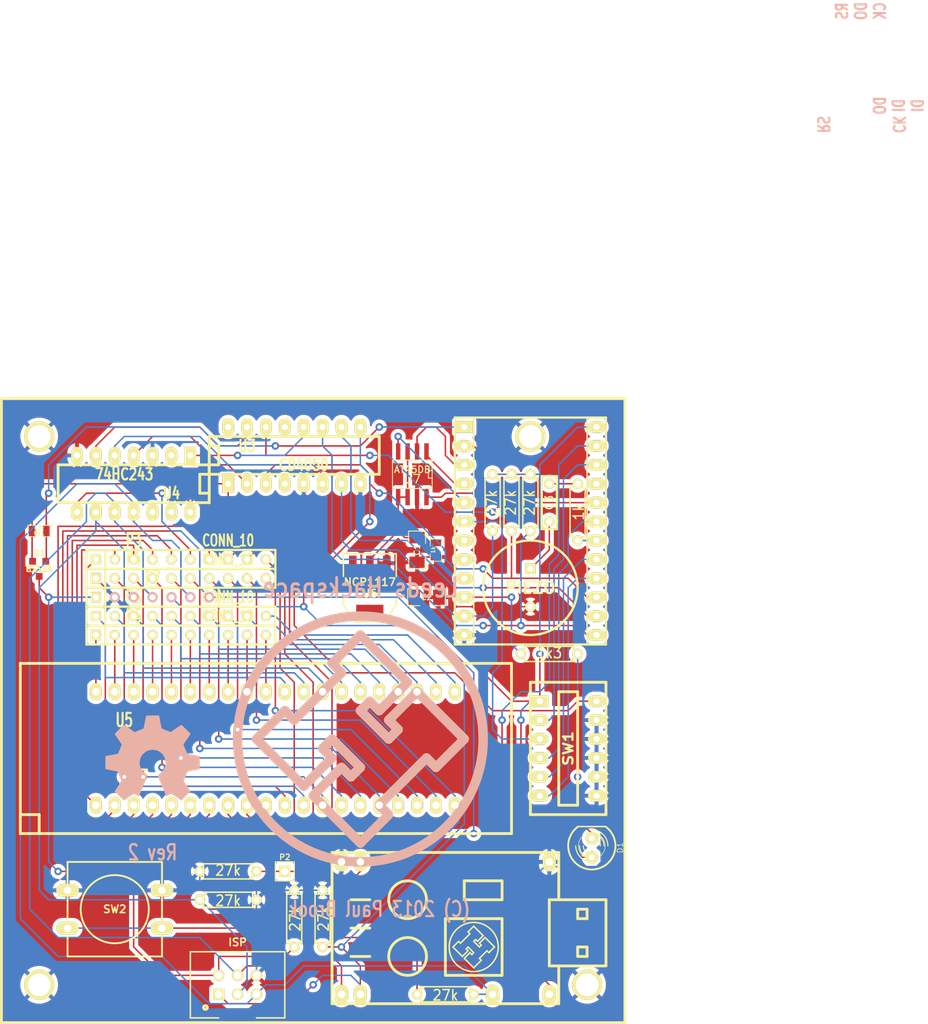
<source format=kicad_pcb>
(kicad_pcb (version 20221018) (generator pcbnew)
  (layers (0 "F.Cu" signal "Front") (31 "B.Cu" signal "Back") (34 "B.Paste" user) (35 "F.Paste" user) (36 "B.SilkS" user) (37 "F.SilkS" user) (38 "B.Mask" user) (39 "F.Mask" user) (44 "Edge.Cuts" user))
  (net 0 "")
  (net 1 "+3.3V")
  (net 2 "+5V")
  (net 3 "/CFG1")
  (net 4 "/CFG2")
  (net 5 "/CFG3")
  (net 6 "/CFG4")
  (net 7 "/CFG5")
  (net 8 "/CFG6")
  (net 9 "/VCC")
  (net 10 "GND")
  (net 11 "MISO")
  (net 12 "MOSI")
  (net 13 "N-0000010")
  (net 14 "N-0000014")
  (net 15 "N-0000015")
  (net 16 "N-0000016")
  (net 17 "N-0000017")
  (net 18 "N-0000018")
  (net 19 "N-0000019")
  (net 20 "N-0000020")
  (net 21 "N-0000021")
  (net 22 "N-0000022")
  (net 23 "N-0000023")
  (net 24 "N-0000024")
  (net 25 "N-0000025")
  (net 26 "N-0000026")
  (net 27 "N-0000027")
  (net 28 "N-0000028")
  (net 29 "N-0000029")
  (net 30 "N-0000030")
  (net 31 "N-0000031")
  (net 32 "N-0000032")
  (net 33 "N-0000033")
  (net 34 "N-0000037")
  (net 35 "N-0000038")
  (net 36 "N-0000039")
  (net 37 "N-0000040")
  (net 38 "N-0000041")
  (net 39 "N-0000042")
  (net 40 "N-0000043")
  (net 41 "N-0000044")
  (net 42 "N-0000045")
  (net 43 "N-0000046")
  (net 44 "N-0000047")
  (net 45 "N-0000048")
  (net 46 "N-0000049")
  (net 47 "N-0000050")
  (net 48 "N-0000051")
  (net 49 "N-0000052")
  (net 50 "N-0000053")
  (net 51 "N-0000055")
  (net 52 "N-0000057")
  (net 53 "N-0000058")
  (net 54 "N-0000059")
  (net 55 "N-000006")
  (net 56 "N-0000060")
  (net 57 "N-0000061")
  (net 58 "N-0000062")
  (net 59 "N-0000063")
  (net 60 "N-0000064")
  (net 61 "N-0000065")
  (net 62 "N-0000066")
  (net 63 "N-0000067")
  (net 64 "N-0000068")
  (net 65 "N-000007")
  (net 66 "N-0000070")
  (net 67 "N-0000071")
  (net 68 "N-0000077")
  (net 69 "N-0000078")
  (net 70 "N-000008")
  (net 71 "N-0000080")
  (net 72 "RST")
  (net 73 "SCK")
  (net 74 "Vt")
  (net 75 "XCK")
  (footprint "DIP-16__300_ELL" (layer "F.Cu") (at 64.77 33.02)
    (fp_text reference "U3")
    (fp_text value "CD4050")
  )
  (footprint "DIP-14__300_ELL" (layer "F.Cu") (at 43.18 36.83 180)
    (fp_text reference "U4")
    (fp_text value "74HC243")
  )
  (footprint "BUZ3-5" (layer "F.Cu") (at 96.52 50.8 -90)
    (fp_text reference "X1" hide)
    (fp_text value "PIEZO")
  )
  (footprint "AVRISP6" (layer "F.Cu") (at 57.15 104.14)
    (fp_text reference "P1" hide)
    (fp_text value "ISP")
  )
  (footprint "ZIF40-600" (layer "F.Cu") (at 60.96 72.39)
    (fp_text reference "U5")
    (fp_text value "ZIF")
  )
  (footprint "R3" (layer "F.Cu") (at 102.87 40.64 90)
    (fp_text reference "R4" hide)
    (fp_text value "1k")
  )
  (footprint "SOT223" (layer "F.Cu") (at 74.93 50.8 180)
    (fp_text reference "U6")
    (fp_text value "NCP1117")
  )
  (footprint "SM1206" (layer "F.Cu") (at 81.28 45.72 -90)
    (fp_text reference "C1")
    (fp_text value "10u" hide)
  )
  (footprint "POGO" (layer "F.Cu") (at 99.06 105.41 90)
    (fp_text reference "TP24" hide)
    (fp_text value "CONN_1" hide)
  )
  (footprint "POGO" (layer "F.Cu") (at 91.44 105.41 90)
    (fp_text reference "TP21" hide)
    (fp_text value "CONN_1" hide)
  )
  (footprint "POGO" (layer "F.Cu") (at 73.66 105.41 90)
    (fp_text reference "TP13" hide)
    (fp_text value "CONN_1" hide)
  )
  (footprint "POGO" (layer "F.Cu") (at 71.12 105.41 90)
    (fp_text reference "TP12" hide)
    (fp_text value "CONN_1" hide)
  )
  (footprint "POGO" (layer "F.Cu") (at 71.12 87.63 90)
    (fp_text reference "TP11" hide)
    (fp_text value "CONN_1" hide)
  )
  (footprint "POGO" (layer "F.Cu") (at 73.66 87.63 90)
    (fp_text reference "TP10" hide)
    (fp_text value "CONN_1" hide)
  )
  (footprint "POGO" (layer "F.Cu") (at 99.06 87.63 90)
    (fp_text reference "TP1" hide)
    (fp_text value "CONN_1" hide)
  )
  (footprint "SWDIP6" (layer "F.Cu") (at 101.6 72.39 -90)
    (fp_text reference "SW1")
    (fp_text value "SW_DIP_6" hide)
  )
  (footprint "SOT23GDS" (layer "F.Cu") (at 30.48 48.26)
    (fp_text reference "Q1")
    (fp_text value "BSS84")
  )
  (footprint "R3" (layer "F.Cu") (at 64.77 95.25 90)
    (fp_text reference "R6" hide)
    (fp_text value "27k")
  )
  (footprint "R3" (layer "F.Cu") (at 55.88 92.71)
    (fp_text reference "R7" hide)
    (fp_text value "27k")
  )
  (footprint "R3" (layer "F.Cu") (at 68.58 95.25 90)
    (fp_text reference "R8" hide)
    (fp_text value "27k")
  )
  (footprint "SM1206" (layer "F.Cu") (at 82.55 52.07)
    (fp_text reference "C2")
    (fp_text value "10u" hide)
  )
  (footprint "LOGO_SMALL" (layer "F.Cu") (at 88.9 99.06 90)
    (fp_text reference "LOGO_SMALL" hide)
    (fp_text value "VAL**" hide)
  )
  (footprint "SO8-2" (layer "F.Cu") (at 81.28 35.56 180)
    (fp_text reference "U7")
    (fp_text value "AT45DB")
  )
  (footprint "R3" (layer "F.Cu") (at 99.06 59.69 180)
    (fp_text reference "R10" hide)
    (fp_text value "1k3")
  )
  (footprint "LED-5MM" (layer "F.Cu") (at 104.775 85.725 90)
    (fp_text reference "D1")
    (fp_text value "LED" hide)
  )
  (footprint "PIN_ARRAY_1" (layer "F.Cu") (at 63.5 88.9)
    (fp_text reference "P2")
    (fp_text value "CONN_1" hide)
  )
  (footprint "SM0805" (layer "F.Cu") (at 30.48 43.18 180)
    (fp_text reference "R11")
    (fp_text value "47k")
  )
  (footprint "SM0805" (layer "F.Cu") (at 83.82 45.72 -90)
    (fp_text reference "R12" hide)
    (fp_text value "1k")
  )
  (footprint "MINIMUS" (layer "F.Cu") (at 96.52 43.18 -90)
    (fp_text reference "U1" hide)
    (fp_text value "MINIMUS" hide)
  )
  (footprint "SW_PUSH-12" (layer "F.Cu") (at 40.64 93.98 180)
    (fp_text reference "SW2")
    (fp_text value "SW_PUSH" hide)
  )
  (footprint "SIL-7" (layer "F.Cu") (at 45.72 52.07)
    (fp_text reference "P7")
    (fp_text value "CONN_7" hide)
  )
  (footprint "SIL-10" (layer "F.Cu") (at 49.53 57.15)
    (fp_text reference "P5")
    (fp_text value "CONN_10")
  )
  (footprint "SIL-10" (layer "F.Cu") (at 49.53 54.61)
    (fp_text reference "P6")
    (fp_text value "CONN_10")
  )
  (footprint "SIL-10" (layer "F.Cu") (at 49.53 46.99)
    (fp_text reference "P3")
    (fp_text value "CONN_10")
  )
  (footprint "SIL-10" (layer "F.Cu") (at 49.53 49.53)
    (fp_text reference "P4")
    (fp_text value "CONN_10")
  )
  (footprint "R3" (layer "F.Cu") (at 85.09 105.41)
    (fp_text reference "R5" hide)
    (fp_text value "27k")
  )
  (footprint "R3" (layer "F.Cu") (at 55.88 88.9 180)
    (fp_text reference "R9" hide)
    (fp_text value "27k")
  )
  (footprint "R3" (layer "F.Cu") (at 93.98 39.37 -90)
    (fp_text reference "R1" hide)
    (fp_text value "27k")
  )
  (footprint "R3" (layer "F.Cu") (at 91.44 39.37 -90)
    (fp_text reference "R3" hide)
    (fp_text value "27k")
  )
  (footprint "C2" (layer "F.Cu") (at 99.06 39.37 90)
    (fp_text reference "C3")
    (fp_text value "100n" hide)
  )
  (footprint "R3" (layer "F.Cu") (at 96.52 39.37 -90)
    (fp_text reference "R2" hide)
    (fp_text value "27k")
  )
  (footprint "HOLE3" (layer "F.Cu") (at 30.48 30.48)
    (fp_text reference "P11" hide)
    (fp_text value "CONN_1" hide)
  )
  (footprint "HOLE3" (layer "F.Cu") (at 96.52 30.48)
    (fp_text reference "P10" hide)
    (fp_text value "CONN_1" hide)
  )
  (footprint "HOLE3" (layer "F.Cu") (at 30.48 104.14)
    (fp_text reference "P9" hide)
    (fp_text value "CONN_1" hide)
  )
  (footprint "HOLE3" (layer "F.Cu") (at 104.14 104.14)
    (fp_text reference "P8" hide)
    (fp_text value "CONN_1" hide)
  )
  (footprint "HACKSPACE_LOGO" (layer "B.Cu") (at 73.66 71.12)
    (fp_text reference "HACKSPACE_LOGO" hide)
    (fp_text value "VAL**" hide)
  )
  (footprint "LOGO" (layer "B.Cu") (at 45.72 73.66)
    (fp_text reference "G***" hide)
    (fp_text value "LOGO" hide)
  )
  (gr_line (start 109.22 109.22) (end 25.4 109.22) (stroke (width 0.381)) (layer "F.SilkS"))
  (gr_line (start 72.39 100.33) (end 74.93 100.33) (stroke (width 0.381)) (layer "F.SilkS"))
  (gr_line (start 85.09 95.25) (end 85.09 102.87) (stroke (width 0.381)) (layer "F.SilkS"))
  (gr_line (start 69.85 86.36) (end 100.33 86.36) (stroke (width 0.381)) (layer "F.SilkS"))
  (gr_line (start 87.63 92.71) (end 92.71 92.71) (stroke (width 0.381)) (layer "F.SilkS"))
  (gr_line (start 25.4 25.4) (end 109.22 25.4) (stroke (width 0.381)) (layer "F.SilkS"))
  (gr_line (start 104.14 95.25) (end 102.87 95.25) (stroke (width 0.381)) (layer "F.SilkS"))
  (gr_line (start 100.33 101.6) (end 99.06 101.6) (stroke (width 0.381)) (layer "F.SilkS"))
  (gr_line (start 109.22 25.4) (end 109.22 109.22) (stroke (width 0.381)) (layer "F.SilkS"))
  (gr_circle (center 80.01 100.33) (end 82.55 100.33) (stroke (width 0.381)) (fill none) (layer "F.SilkS"))
  (gr_line (start 104.14 100.33) (end 104.14 99.06) (stroke (width 0.381)) (layer "F.SilkS"))
  (gr_line (start 99.06 101.6) (end 99.06 92.71) (stroke (width 0.381)) (layer "F.SilkS"))
  (gr_line (start 69.85 106.68) (end 69.85 86.36) (stroke (width 0.381)) (layer "F.SilkS"))
  (gr_line (start 102.87 95.25) (end 102.87 93.98) (stroke (width 0.381)) (layer "F.SilkS"))
  (gr_circle (center 80.01 92.71) (end 82.55 92.71) (stroke (width 0.381)) (fill none) (layer "F.SilkS"))
  (gr_line (start 102.87 100.33) (end 104.14 100.33) (stroke (width 0.381)) (layer "F.SilkS"))
  (gr_line (start 92.71 102.87) (end 92.71 95.25) (stroke (width 0.381)) (layer "F.SilkS"))
  (gr_line (start 100.33 106.68) (end 100.33 101.6) (stroke (width 0.381)) (layer "F.SilkS"))
  (gr_line (start 87.63 90.17) (end 87.63 92.71) (stroke (width 0.381)) (layer "F.SilkS"))
  (gr_line (start 92.71 90.17) (end 87.63 90.17) (stroke (width 0.381)) (layer "F.SilkS"))
  (gr_line (start 102.87 100.33) (end 102.87 99.06) (stroke (width 0.381)) (layer "F.SilkS"))
  (gr_line (start 85.09 102.87) (end 92.71 102.87) (stroke (width 0.381)) (layer "F.SilkS"))
  (gr_line (start 85.09 95.25) (end 92.71 95.25) (stroke (width 0.381)) (layer "F.SilkS"))
  (gr_line (start 106.68 101.6) (end 100.33 101.6) (stroke (width 0.381)) (layer "F.SilkS"))
  (gr_line (start 72.39 92.71) (end 74.93 92.71) (stroke (width 0.381)) (layer "F.SilkS"))
  (gr_line (start 100.33 86.36) (end 100.33 92.71) (stroke (width 0.381)) (layer "F.SilkS"))
  (gr_line (start 104.14 93.98) (end 104.14 95.25) (stroke (width 0.381)) (layer "F.SilkS"))
  (gr_line (start 106.68 92.71) (end 106.68 101.6) (stroke (width 0.381)) (layer "F.SilkS"))
  (gr_line (start 92.71 90.17) (end 92.71 92.71) (stroke (width 0.381)) (layer "F.SilkS"))
  (gr_line (start 72.39 96.52) (end 74.93 96.52) (stroke (width 0.381)) (layer "F.SilkS"))
  (gr_line (start 102.87 99.06) (end 104.14 99.06) (stroke (width 0.381)) (layer "F.SilkS"))
  (gr_line (start 100.33 92.71) (end 106.68 92.71) (stroke (width 0.381)) (layer "F.SilkS"))
  (gr_line (start 99.06 92.71) (end 100.33 92.71) (stroke (width 0.381)) (layer "F.SilkS"))
  (gr_line (start 102.87 93.98) (end 104.14 93.98) (stroke (width 0.381)) (layer "F.SilkS"))
  (gr_line (start 25.4 109.22) (end 25.4 25.4) (stroke (width 0.381)) (layer "F.SilkS"))
  (gr_line (start 69.85 106.68) (end 100.33 106.68) (stroke (width 0.381)) (layer "F.SilkS"))
  (gr_text "RS" (at 135.89 -11.43 270) (layer "B.SilkS") (effects (font (size 1.524 1.143) (thickness 0.28575)) (justify mirror)))
  (gr_text "(C) 2013 Paul Brook" (at 76.2 93.98) (layer "B.SilkS") (effects (font (size 2.032 1.524) (thickness 0.3048)) (justify mirror)))
  (gr_text "DO" (at 143.51 -13.97 90) (layer "B.SilkS") (effects (font (size 1.524 1.143) (thickness 0.28575)) (justify mirror)))
  (gr_text "DI" (at 148.59 -13.97 90) (layer "B.SilkS") (effects (font (size 1.524 1.143) (thickness 0.28575)) (justify mirror)))
  (gr_text "DO" (at 140.97 -26.67 90) (layer "B.SilkS") (effects (font (size 1.524 1.143) (thickness 0.28575)) (justify mirror)))
  (gr_text "DI" (at 146.05 -13.97 90) (layer "B.SilkS") (effects (font (size 1.524 1.143) (thickness 0.28575)) (justify mirror)))
  (gr_text "Rev 2" (at 45.72 86.36) (layer "B.SilkS") (effects (font (size 2.032 1.524) (thickness 0.3048)) (justify mirror)))
  (gr_text "CK" (at 146.05 -11.43 270) (layer "B.SilkS") (effects (font (size 1.524 1.143) (thickness 0.28575)) (justify mirror)))
  (gr_text "CK" (at 143.51 -26.67 90) (layer "B.SilkS") (effects (font (size 1.524 1.143) (thickness 0.28575)) (justify mirror)))
  (gr_text "Leeds Hackspace" (at 73.66 50.8) (layer "B.SilkS") (effects (font (size 2.54 2.032) (thickness 0.381)) (justify mirror)))
  (gr_text "RS" (at 138.43 -26.67 90) (layer "B.SilkS") (effects (font (size 1.524 1.143) (thickness 0.28575)) (justify mirror)))
  (segment (start 78.74 43.18) (end 74.93 46.99) (width 0.2032) (layer "F.Cu") (net 1))
  (segment (start 74.93 46.99) (end 74.93 47.498) (width 0.2032) (layer "F.Cu") (net 1))
  (segment (start 81.9785 44.7675) (end 81.28 44.069) (width 0.2032) (layer "F.Cu") (net 1))
  (segment (start 79.629 44.069) (end 78.74 43.18) (width 0.2032) (layer "F.Cu") (net 1))
  (segment (start 78.74 38.627) (end 78.74 43.18) (width 0.2032) (layer "F.Cu") (net 1))
  (segment (start 80.01 32.493) (end 80.01 38.627) (width 0.2032) (layer "F.Cu") (net 1))
  (segment (start 81.28 44.069) (end 79.629 44.069) (width 0.2032) (layer "F.Cu") (net 1))
  (segment (start 83.82 44.7675) (end 81.9785 44.7675) (width 0.2032) (layer "F.Cu") (net 1))
  (segment (start 80.01 38.627) (end 78.74 38.627) (width 0.2032) (layer "F.Cu") (net 1))
  (segment (start 80.899 51.689) (end 80.01 50.8) (width 0.2032) (layer "F.Cu") (net 2))
  (segment (start 80.01 50.8) (end 73.66 50.8) (width 0.2032) (layer "F.Cu") (net 2))
  (segment (start 73.66 50.8) (end 72.644 49.784) (width 0.2032) (layer "F.Cu") (net 2))
  (segment (start 72.644 49.784) (end 72.644 47.498) (width 0.2032) (layer "F.Cu") (net 2))
  (segment (start 80.899 52.959) (end 93.98 66.04) (width 0.2032) (layer "F.Cu") (net 2))
  (segment (start 93.98 66.04) (end 97.79 66.04) (width 0.2032) (layer "F.Cu") (net 2))
  (segment (start 97.79 59.69) (end 97.79 66.04) (width 0.2032) (layer "F.Cu") (net 2))
  (segment (start 95.25 68.58) (end 95.25 80.01) (width 0.2032) (layer "F.Cu") (net 2))
  (segment (start 95.25 80.01) (end 102.235 86.995) (width 0.2032) (layer "F.Cu") (net 2))
  (segment (start 102.235 86.995) (end 104.775 86.995) (width 0.2032) (layer "F.Cu") (net 2))
  (segment (start 80.899 52.07) (end 80.899 51.689) (width 0.2032) (layer "F.Cu") (net 2))
  (segment (start 80.899 52.07) (end 80.899 52.959) (width 0.2032) (layer "F.Cu") (net 2))
  (via (at 97.79 59.69) (size 1.016) (drill 0.508) (layers "F.Cu" "B.Cu") (net 2))
  (via (at 95.25 68.58) (size 1.016) (drill 0.508) (layers "F.Cu" "B.Cu") (net 2))
  (segment (start 104.14 29.21) (end 105.41 29.21) (width 0.2032) (layer "B.Cu") (net 2))
  (segment (start 97.79 59.69) (end 97.79 35.56) (width 0.2032) (layer "B.Cu") (net 2))
  (segment (start 102.87 29.21) (end 97.79 34.29) (width 0.2032) (layer "B.Cu") (net 2))
  (segment (start 97.79 34.29) (end 97.79 35.56) (width 0.2032) (layer "B.Cu") (net 2))
  (segment (start 96.52 66.04) (end 95.25 67.31) (width 0.2032) (layer "B.Cu") (net 2))
  (segment (start 95.25 67.31) (end 95.25 68.58) (width 0.2032) (layer "B.Cu") (net 2))
  (segment (start 93.98 35.56) (end 91.44 35.56) (width 0.2032) (layer "B.Cu") (net 2))
  (segment (start 97.79 66.04) (end 96.52 66.04) (width 0.2032) (layer "B.Cu") (net 2))
  (segment (start 97.79 35.56) (end 96.52 35.56) (width 0.2032) (layer "B.Cu") (net 2))
  (segment (start 104.14 29.21) (end 102.87 29.21) (width 0.2032) (layer "B.Cu") (net 2))
  (segment (start 96.52 35.56) (end 93.98 35.56) (width 0.2032) (layer "B.Cu") (net 2))
  (segment (start 82.55 96.52) (end 46.99 96.52) (width 0.2032) (layer "F.Cu") (net 3))
  (segment (start 92.71 68.58) (end 92.71 86.36) (width 0.2032) (layer "F.Cu") (net 3))
  (segment (start 92.71 86.36) (end 82.55 96.52) (width 0.2032) (layer "F.Cu") (net 3))
  (via (at 92.71 68.58) (size 1.016) (drill 0.508) (layers "F.Cu" "B.Cu") (net 3))
  (segment (start 97.79 64.77) (end 95.25 64.77) (width 0.2032) (layer "B.Cu") (net 3))
  (segment (start 102.87 31.75) (end 100.33 34.29) (width 0.2032) (layer "B.Cu") (net 3))
  (segment (start 92.71 67.31) (end 92.71 68.58) (width 0.2032) (layer "B.Cu") (net 3))
  (segment (start 99.06 47.625) (end 99.06 63.5) (width 0.2032) (layer "B.Cu") (net 3))
  (segment (start 100.33 46.355) (end 100.33 34.29) (width 0.2032) (layer "B.Cu") (net 3))
  (segment (start 105.41 31.75) (end 104.14 31.75) (width 0.2032) (layer "B.Cu") (net 3))
  (segment (start 95.25 64.77) (end 92.71 67.31) (width 0.2032) (layer "B.Cu") (net 3))
  (segment (start 99.06 63.5) (end 97.79 64.77) (width 0.2032) (layer "B.Cu") (net 3))
  (segment (start 99.06 47.625) (end 100.33 46.355) (width 0.2032) (layer "B.Cu") (net 3))
  (segment (start 104.14 31.75) (end 102.87 31.75) (width 0.2032) (layer "B.Cu") (net 3))
  (segment (start 46.99 96.52) (end 34.29 96.52) (width 0.2032) (layer "B.Cu") (net 3))
  (segment (start 99.06 68.58) (end 99.695 67.945) (width 0.2032) (layer "B.Cu") (net 4))
  (segment (start 104.14 34.29) (end 105.41 34.29) (width 0.2032) (layer "B.Cu") (net 4))
  (segment (start 102.87 34.29) (end 100.965 36.195) (width 0.2032) (layer "B.Cu") (net 4))
  (segment (start 100.965 46.99) (end 100.965 36.195) (width 0.2032) (layer "B.Cu") (net 4))
  (segment (start 97.79 68.58) (end 99.06 68.58) (width 0.2032) (layer "B.Cu") (net 4))
  (segment (start 99.695 48.26) (end 100.965 46.99) (width 0.2032) (layer "B.Cu") (net 4))
  (segment (start 104.14 34.29) (end 102.87 34.29) (width 0.2032) (layer "B.Cu") (net 4))
  (segment (start 99.695 67.945) (end 99.695 48.26) (width 0.2032) (layer "B.Cu") (net 4))
  (segment (start 88.9 41.91) (end 87.63 41.91) (width 0.2032) (layer "B.Cu") (net 5))
  (segment (start 92.71 71.12) (end 91.44 69.85) (width 0.2032) (layer "B.Cu") (net 5))
  (segment (start 91.44 69.85) (end 91.44 66.04) (width 0.2032) (layer "B.Cu") (net 5))
  (segment (start 92.71 41.91) (end 92.71 49.53) (width 0.2032) (layer "B.Cu") (net 5))
  (segment (start 92.71 60.96) (end 91.44 62.23) (width 0.2032) (layer "B.Cu") (net 5))
  (segment (start 91.44 62.23) (end 91.44 66.04) (width 0.2032) (layer "B.Cu") (net 5))
  (segment (start 92.71 49.53) (end 92.71 60.96) (width 0.2032) (layer "B.Cu") (net 5))
  (segment (start 97.79 71.12) (end 92.71 71.12) (width 0.2032) (layer "B.Cu") (net 5))
  (segment (start 88.9 41.91) (end 92.71 41.91) (width 0.2032) (layer "B.Cu") (net 5))
  (segment (start 99.06 73.66) (end 100.33 72.39) (width 0.2032) (layer "B.Cu") (net 6))
  (segment (start 101.6 47.625) (end 101.6 43.815) (width 0.2032) (layer "B.Cu") (net 6))
  (segment (start 101.6 43.815) (end 103.505 41.91) (width 0.2032) (layer "B.Cu") (net 6))
  (segment (start 103.505 41.91) (end 105.41 41.91) (width 0.2032) (layer "B.Cu") (net 6))
  (segment (start 97.79 73.66) (end 99.06 73.66) (width 0.2032) (layer "B.Cu") (net 6))
  (segment (start 100.33 72.39) (end 100.33 48.895) (width 0.2032) (layer "B.Cu") (net 6))
  (segment (start 100.33 48.895) (end 101.6 47.625) (width 0.2032) (layer "B.Cu") (net 6))
  (segment (start 99.06 76.2) (end 100.965 74.295) (width 0.2032) (layer "B.Cu") (net 7))
  (segment (start 103.505 46.99) (end 105.41 46.99) (width 0.2032) (layer "B.Cu") (net 7))
  (segment (start 100.965 49.53) (end 103.505 46.99) (width 0.2032) (layer "B.Cu") (net 7))
  (segment (start 100.965 74.295) (end 100.965 49.53) (width 0.2032) (layer "B.Cu") (net 7))
  (segment (start 97.79 76.2) (end 99.06 76.2) (width 0.2032) (layer "B.Cu") (net 7))
  (segment (start 102.87 49.53) (end 101.6 50.8) (width 0.2032) (layer "B.Cu") (net 8))
  (segment (start 101.6 50.8) (end 101.6 76.2) (width 0.2032) (layer "B.Cu") (net 8))
  (segment (start 99.06 78.74) (end 97.79 78.74) (width 0.2032) (layer "B.Cu") (net 8))
  (segment (start 105.41 49.53) (end 102.87 49.53) (width 0.2032) (layer "B.Cu") (net 8))
  (segment (start 101.6 76.2) (end 99.06 78.74) (width 0.2032) (layer "B.Cu") (net 8))
  (segment (start 71.12 62.23) (end 64.77 55.88) (width 0.2032) (layer "F.Cu") (net 9))
  (segment (start 64.77 55.88) (end 64.77 45.72) (width 0.2032) (layer "F.Cu") (net 9))
  (segment (start 64.77 45.72) (end 63.5 44.45) (width 0.2032) (layer "F.Cu") (net 9))
  (segment (start 63.5 44.45) (end 57.15 44.45) (width 0.2032) (layer "F.Cu") (net 9))
  (segment (start 57.15 44.45) (end 55.88 43.18) (width 0.2032) (layer "F.Cu") (net 9))
  (segment (start 55.88 43.18) (end 55.88 36.83) (width 0.2032) (layer "F.Cu") (net 9))
  (segment (start 33.02 36.83) (end 48.26 36.83) (width 0.2032) (layer "F.Cu") (net 9))
  (segment (start 48.26 36.83) (end 50.8 39.37) (width 0.2032) (layer "F.Cu") (net 9))
  (segment (start 50.8 39.37) (end 50.8 40.64) (width 0.2032) (layer "F.Cu") (net 9))
  (segment (start 53.34 36.83) (end 55.88 36.83) (width 0.2032) (layer "F.Cu") (net 9))
  (segment (start 102.87 66.04) (end 101.6 67.31) (width 0.2032) (layer "F.Cu") (net 9))
  (segment (start 101.6 67.31) (end 91.44 67.31) (width 0.2032) (layer "F.Cu") (net 9))
  (segment (start 91.44 67.31) (end 86.36 62.23) (width 0.2032) (layer "F.Cu") (net 9))
  (segment (start 86.36 62.23) (end 71.12 62.23) (width 0.2032) (layer "F.Cu") (net 9))
  (segment (start 29.5275 47.1805) (end 29.591 47.244) (width 0.2032) (layer "F.Cu") (net 9))
  (segment (start 29.5275 37.7825) (end 30.48 36.83) (width 0.2032) (layer "F.Cu") (net 9))
  (segment (start 30.48 36.83) (end 33.02 36.83) (width 0.2032) (layer "F.Cu") (net 9))
  (segment (start 29.5275 43.18) (end 29.5275 47.1805) (width 0.2032) (layer "F.Cu") (net 9))
  (segment (start 105.41 66.04) (end 104.14 66.04) (width 0.2032) (layer "F.Cu") (net 9))
  (segment (start 29.5275 43.18) (end 29.5275 37.7825) (width 0.2032) (layer "F.Cu") (net 9))
  (segment (start 104.14 66.04) (end 102.87 66.04) (width 0.2032) (layer "F.Cu") (net 9))
  (segment (start 50.8 39.37) (end 53.34 36.83) (width 0.2032) (layer "F.Cu") (net 9))
  (segment (start 81.153 47.498) (end 81.9785 46.6725) (width 0.2032) (layer "F.Cu") (net 10))
  (segment (start 81.9785 46.6725) (end 83.82 46.6725) (width 0.2032) (layer "F.Cu") (net 10))
  (segment (start 83.82 46.6725) (end 85.09 47.9425) (width 0.2032) (layer "F.Cu") (net 10))
  (segment (start 85.09 47.9425) (end 85.09 48.26) (width 0.2032) (layer "F.Cu") (net 10))
  (segment (start 85.09 55.88) (end 86.36 57.15) (width 0.2032) (layer "F.Cu") (net 10))
  (segment (start 86.36 57.15) (end 87.63 57.15) (width 0.2032) (layer "F.Cu") (net 10))
  (segment (start 35.56 34.29) (end 36.83 35.56) (width 0.2032) (layer "F.Cu") (net 10))
  (segment (start 36.83 35.56) (end 44.45 35.56) (width 0.2032) (layer "F.Cu") (net 10))
  (segment (start 44.45 35.56) (end 45.72 34.29) (width 0.2032) (layer "F.Cu") (net 10))
  (segment (start 45.72 34.29) (end 45.72 33.02) (width 0.2032) (layer "F.Cu") (net 10))
  (segment (start 66.04 38.1) (end 67.31 39.37) (width 0.2032) (layer "F.Cu") (net 10))
  (segment (start 67.31 39.37) (end 72.39 39.37) (width 0.2032) (layer "F.Cu") (net 10))
  (segment (start 72.39 39.37) (end 73.66 38.1) (width 0.2032) (layer "F.Cu") (net 10))
  (segment (start 73.66 38.1) (end 73.66 36.83) (width 0.2032) (layer "F.Cu") (net 10))
  (segment (start 81.28 40.64) (end 82.55 41.91) (width 0.2032) (layer "F.Cu") (net 10))
  (segment (start 82.55 41.91) (end 83.82 41.91) (width 0.2032) (layer "F.Cu") (net 10))
  (segment (start 83.82 41.91) (end 85.09 43.18) (width 0.2032) (layer "F.Cu") (net 10))
  (segment (start 85.09 43.18) (end 85.09 48.26) (width 0.2032) (layer "F.Cu") (net 10))
  (segment (start 85.09 48.26) (end 85.09 52.07) (width 0.2032) (layer "F.Cu") (net 10))
  (segment (start 78.74 47.498) (end 81.153 47.498) (width 0.2032) (layer "F.Cu") (net 10))
  (segment (start 85.09 52.07) (end 85.09 53.34) (width 0.2032) (layer "F.Cu") (net 10))
  (segment (start 85.09 53.34) (end 85.09 55.88) (width 0.2032) (layer "F.Cu") (net 10))
  (segment (start 35.56 33.02) (end 35.56 34.29) (width 0.2032) (layer "F.Cu") (net 10))
  (segment (start 81.28 38.627) (end 81.28 40.64) (width 0.2032) (layer "F.Cu") (net 10))
  (segment (start 66.04 36.83) (end 66.04 38.1) (width 0.2032) (layer "F.Cu") (net 10))
  (segment (start 84.201 52.07) (end 85.09 52.07) (width 0.2032) (layer "F.Cu") (net 10))
  (segment (start 96.52 53.34) (end 85.09 53.34) (width 0.2032) (layer "F.Cu") (net 10))
  (segment (start 77.216 47.498) (end 78.74 47.498) (width 0.2032) (layer "F.Cu") (net 10))
  (segment (start 105.41 77.47) (end 105.41 76.2) (width 0.2032) (layer "B.Cu") (net 10))
  (segment (start 66.04 38.1) (end 64.77 39.37) (width 0.2032) (layer "B.Cu") (net 10))
  (segment (start 64.77 39.37) (end 54.61 39.37) (width 0.2032) (layer "B.Cu") (net 10))
  (segment (start 54.61 39.37) (end 53.34 38.1) (width 0.2032) (layer "B.Cu") (net 10))
  (segment (start 53.34 38.1) (end 49.53 38.1) (width 0.2032) (layer "B.Cu") (net 10))
  (segment (start 49.53 38.1) (end 48.26 39.37) (width 0.2032) (layer "B.Cu") (net 10))
  (segment (start 48.26 39.37) (end 48.26 40.64) (width 0.2032) (layer "B.Cu") (net 10))
  (segment (start 45.72 34.29) (end 48.26 36.83) (width 0.2032) (layer "B.Cu") (net 10))
  (segment (start 48.26 36.83) (end 48.26 40.64) (width 0.2032) (layer "B.Cu") (net 10))
  (segment (start 39.37 53.34) (end 36.83 53.34) (width 0.2032) (layer "B.Cu") (net 10))
  (segment (start 36.83 53.34) (end 36.83 91.44) (width 0.2032) (layer "B.Cu") (net 10))
  (segment (start 36.83 91.44) (end 34.29 91.44) (width 0.2032) (layer "B.Cu") (net 10))
  (segment (start 52.07 91.44) (end 57.15 91.44) (width 0.2032) (layer "B.Cu") (net 10))
  (segment (start 59.69 91.44) (end 57.15 91.44) (width 0.2032) (layer "B.Cu") (net 10))
  (segment (start 86.36 57.15) (end 78.74 49.53) (width 0.2032) (layer "B.Cu") (net 10))
  (segment (start 78.74 49.53) (end 74.93 49.53) (width 0.2032) (layer "B.Cu") (net 10))
  (segment (start 66.04 40.64) (end 66.04 36.83) (width 0.2032) (layer "B.Cu") (net 10))
  (segment (start 87.63 58.42) (end 90.17 60.96) (width 0.2032) (layer "B.Cu") (net 10))
  (segment (start 90.17 60.96) (end 90.17 71.12) (width 0.2032) (layer "B.Cu") (net 10))
  (segment (start 59.69 100.33) (end 59.69 92.71) (width 0.2032) (layer "B.Cu") (net 10))
  (segment (start 86.36 100.33) (end 99.06 87.63) (width 0.2032) (layer "B.Cu") (net 10))
  (segment (start 69.85 49.53) (end 66.04 45.72) (width 0.2032) (layer "B.Cu") (net 10))
  (segment (start 66.04 45.72) (end 66.04 40.64) (width 0.2032) (layer "B.Cu") (net 10))
  (segment (start 71.12 88.9) (end 68.58 91.44) (width 0.2032) (layer "B.Cu") (net 10))
  (segment (start 106.045 80.645) (end 106.045 87.63) (width 0.2032) (layer "B.Cu") (net 10))
  (segment (start 106.045 87.63) (end 105.41 88.265) (width 0.2032) (layer "B.Cu") (net 10))
  (segment (start 105.41 88.265) (end 99.695 88.265) (width 0.2032) (layer "B.Cu") (net 10))
  (segment (start 99.695 88.265) (end 99.06 87.63) (width 0.2032) (layer "B.Cu") (net 10))
  (segment (start 96.52 80.01) (end 90.17 73.66) (width 0.2032) (layer "B.Cu") (net 10))
  (segment (start 90.17 73.66) (end 90.17 71.12) (width 0.2032) (layer "B.Cu") (net 10))
  (segment (start 105.41 80.01) (end 106.045 80.645) (width 0.2032) (layer "B.Cu") (net 10))
  (segment (start 87.63 57.15) (end 87.63 58.42) (width 0.2032) (layer "B.Cu") (net 10))
  (segment (start 66.04 36.83) (end 66.04 38.1) (width 0.2032) (layer "B.Cu") (net 10))
  (segment (start 64.77 91.44) (end 68.58 91.44) (width 0.2032) (layer "B.Cu") (net 10))
  (segment (start 105.41 71.12) (end 105.41 68.58) (width 0.2032) (layer "B.Cu") (net 10))
  (segment (start 74.93 49.53) (end 69.85 49.53) (width 0.2032) (layer "B.Cu") (net 10))
  (segment (start 46.99 91.44) (end 52.07 91.44) (width 0.2032) (layer "B.Cu") (net 10))
  (segment (start 105.41 80.01) (end 96.52 80.01) (width 0.2032) (layer "B.Cu") (net 10))
  (segment (start 40.64 52.07) (end 39.37 53.34) (width 0.2032) (layer "B.Cu") (net 10))
  (segment (start 87.63 57.15) (end 86.36 57.15) (width 0.2032) (layer "B.Cu") (net 10))
  (segment (start 71.12 87.63) (end 71.12 88.9) (width 0.2032) (layer "B.Cu") (net 10))
  (segment (start 59.69 91.44) (end 64.77 91.44) (width 0.2032) (layer "B.Cu") (net 10))
  (segment (start 36.83 91.44) (end 46.99 91.44) (width 0.2032) (layer "B.Cu") (net 10))
  (segment (start 105.41 78.74) (end 105.41 80.01) (width 0.2032) (layer "B.Cu") (net 10))
  (segment (start 52.07 88.9) (end 52.07 91.44) (width 0.2032) (layer "B.Cu") (net 10))
  (segment (start 59.69 100.33) (end 86.36 100.33) (width 0.2032) (layer "B.Cu") (net 10))
  (segment (start 59.69 102.87) (end 59.69 100.33) (width 0.2032) (layer "B.Cu") (net 10))
  (segment (start 45.72 33.02) (end 45.72 34.29) (width 0.2032) (layer "B.Cu") (net 10))
  (segment (start 59.69 92.71) (end 59.69 91.44) (width 0.2032) (layer "B.Cu") (net 10))
  (segment (start 105.41 76.2) (end 105.41 73.66) (width 0.2032) (layer "B.Cu") (net 10))
  (segment (start 105.41 78.74) (end 105.41 77.47) (width 0.2032) (layer "B.Cu") (net 10))
  (segment (start 66.04 105.41) (end 67.31 104.14) (width 0.2032) (layer "F.Cu") (net 11))
  (segment (start 71.12 99.06) (end 73.66 101.6) (width 0.2032) (layer "F.Cu") (net 11))
  (segment (start 73.66 101.6) (end 73.66 105.41) (width 0.2032) (layer "F.Cu") (net 11))
  (segment (start 64.77 106.68) (end 55.88 106.68) (width 0.2032) (layer "F.Cu") (net 11))
  (segment (start 55.88 106.68) (end 54.61 105.41) (width 0.2032) (layer "F.Cu") (net 11))
  (segment (start 74.93 41.91) (end 66.04 50.8) (width 0.2032) (layer "F.Cu") (net 11))
  (segment (start 66.04 50.8) (end 66.04 53.34) (width 0.2032) (layer "F.Cu") (net 11))
  (segment (start 68.58 99.06) (end 71.12 99.06) (width 0.2032) (layer "F.Cu") (net 11))
  (segment (start 66.04 105.41) (end 64.77 106.68) (width 0.2032) (layer "F.Cu") (net 11))
  (via (at 66.04 53.34) (size 1.016) (drill 0.508) (layers "F.Cu" "B.Cu") (net 11))
  (via (at 71.12 99.06) (size 1.016) (drill 0.508) (layers "F.Cu" "B.Cu") (net 11))
  (via (at 67.31 104.14) (size 1.016) (drill 0.508) (layers "F.Cu" "B.Cu") (net 11))
  (via (at 74.93 41.91) (size 1.016) (drill 0.508) (layers "F.Cu" "B.Cu") (net 11))
  (segment (start 68.58 102.87) (end 71.12 102.87) (width 0.2032) (layer "B.Cu") (net 11))
  (segment (start 71.12 102.87) (end 72.39 102.87) (width 0.2032) (layer "B.Cu") (net 11))
  (segment (start 72.39 102.87) (end 73.66 104.14) (width 0.2032) (layer "B.Cu") (net 11))
  (segment (start 73.66 105.41) (end 73.66 104.14) (width 0.2032) (layer "B.Cu") (net 11))
  (segment (start 67.31 104.14) (end 68.58 102.87) (width 0.2032) (layer "B.Cu") (net 11))
  (segment (start 49.53 53.34) (end 63.5 53.34) (width 0.2032) (layer "B.Cu") (net 11))
  (segment (start 81.28 55.88) (end 87.63 62.23) (width 0.2032) (layer "B.Cu") (net 11))
  (segment (start 87.63 62.23) (end 87.63 82.55) (width 0.2032) (layer "B.Cu") (net 11))
  (segment (start 87.63 82.55) (end 71.12 99.06) (width 0.2032) (layer "B.Cu") (net 11))
  (segment (start 73.66 34.29) (end 74.93 35.56) (width 0.2032) (layer "B.Cu") (net 11))
  (segment (start 74.93 35.56) (end 74.93 41.91) (width 0.2032) (layer "B.Cu") (net 11))
  (segment (start 66.04 53.34) (end 63.5 53.34) (width 0.2032) (layer "B.Cu") (net 11))
  (segment (start 68.58 55.88) (end 81.28 55.88) (width 0.2032) (layer "B.Cu") (net 11))
  (segment (start 66.04 53.34) (end 68.58 55.88) (width 0.2032) (layer "B.Cu") (net 11))
  (segment (start 48.26 52.07) (end 49.53 53.34) (width 0.2032) (layer "B.Cu") (net 11))
  (segment (start 73.66 29.21) (end 73.66 34.29) (width 0.2032) (layer "B.Cu") (net 11))
  (segment (start 69.85 100.33) (end 71.12 101.6) (width 0.2032) (layer "F.Cu") (net 12))
  (segment (start 71.12 101.6) (end 71.12 105.41) (width 0.2032) (layer "F.Cu") (net 12))
  (segment (start 63.5 100.33) (end 69.85 100.33) (width 0.2032) (layer "F.Cu") (net 12))
  (segment (start 62.23 101.6) (end 63.5 100.33) (width 0.2032) (layer "F.Cu") (net 12))
  (segment (start 58.42 101.6) (end 57.15 102.87) (width 0.2032) (layer "F.Cu") (net 12))
  (segment (start 64.77 99.06) (end 63.5 100.33) (width 0.2032) (layer "F.Cu") (net 12))
  (segment (start 62.23 101.6) (end 58.42 101.6) (width 0.2032) (layer "F.Cu") (net 12))
  (segment (start 44.45 50.8) (end 44.45 45.72) (width 0.2032) (layer "B.Cu") (net 12))
  (segment (start 44.45 45.72) (end 40.64 41.91) (width 0.2032) (layer "B.Cu") (net 12))
  (segment (start 40.64 41.91) (end 40.64 40.64) (width 0.2032) (layer "B.Cu") (net 12))
  (segment (start 40.64 39.37) (end 39.37 38.1) (width 0.2032) (layer "B.Cu") (net 12))
  (segment (start 39.37 38.1) (end 38.1 38.1) (width 0.2032) (layer "B.Cu") (net 12))
  (segment (start 38.1 38.1) (end 36.83 39.37) (width 0.2032) (layer "B.Cu") (net 12))
  (segment (start 36.83 39.37) (end 36.83 41.91) (width 0.2032) (layer "B.Cu") (net 12))
  (segment (start 36.83 41.91) (end 29.21 49.53) (width 0.2032) (layer "B.Cu") (net 12))
  (segment (start 29.21 49.53) (end 29.21 92.71) (width 0.2032) (layer "B.Cu") (net 12))
  (segment (start 29.21 93.98) (end 33.02 97.79) (width 0.2032) (layer "B.Cu") (net 12))
  (segment (start 33.02 97.79) (end 52.07 97.79) (width 0.2032) (layer "B.Cu") (net 12))
  (segment (start 53.34 99.06) (end 57.15 102.87) (width 0.2032) (layer "B.Cu") (net 12))
  (segment (start 53.34 99.06) (end 52.07 97.79) (width 0.2032) (layer "B.Cu") (net 12))
  (segment (start 40.64 40.64) (end 40.64 39.37) (width 0.2032) (layer "B.Cu") (net 12))
  (segment (start 29.21 92.71) (end 29.21 93.98) (width 0.2032) (layer "B.Cu") (net 12))
  (segment (start 45.72 52.07) (end 44.45 50.8) (width 0.2032) (layer "B.Cu") (net 12))
  (segment (start 82.55 33.02) (end 86.36 36.83) (width 0.2032) (layer "F.Cu") (net 13))
  (segment (start 86.36 36.83) (end 87.63 36.83) (width 0.2032) (layer "F.Cu") (net 13))
  (segment (start 82.55 32.493) (end 82.55 33.02) (width 0.2032) (layer "F.Cu") (net 13))
  (segment (start 40.64 31.75) (end 41.91 30.48) (width 0.2032) (layer "B.Cu") (net 14))
  (segment (start 41.91 30.48) (end 52.07 30.48) (width 0.2032) (layer "B.Cu") (net 14))
  (segment (start 52.07 30.48) (end 55.88 34.29) (width 0.2032) (layer "B.Cu") (net 14))
  (segment (start 55.88 34.29) (end 67.31 34.29) (width 0.2032) (layer "B.Cu") (net 14))
  (segment (start 67.31 34.29) (end 68.58 35.56) (width 0.2032) (layer "B.Cu") (net 14))
  (segment (start 68.58 35.56) (end 68.58 36.83) (width 0.2032) (layer "B.Cu") (net 14))
  (segment (start 40.64 33.02) (end 40.64 31.75) (width 0.2032) (layer "B.Cu") (net 14))
  (segment (start 78.74 32.493) (end 78.74 30.48) (width 0.2032) (layer "F.Cu") (net 15))
  (via (at 78.74 30.48) (size 1.016) (drill 0.508) (layers "F.Cu" "B.Cu") (net 15))
  (segment (start 78.74 30.48) (end 87.63 39.37) (width 0.2032) (layer "B.Cu") (net 15))
  (segment (start 84.563 38.627) (end 85.09 38.1) (width 0.2032) (layer "F.Cu") (net 16))
  (segment (start 85.09 38.1) (end 88.9 38.1) (width 0.2032) (layer "F.Cu") (net 16))
  (segment (start 88.9 38.1) (end 90.17 36.83) (width 0.2032) (layer "F.Cu") (net 16))
  (segment (start 90.17 36.83) (end 90.17 33.02) (width 0.2032) (layer "F.Cu") (net 16))
  (segment (start 90.17 33.02) (end 88.9 31.75) (width 0.2032) (layer "F.Cu") (net 16))
  (segment (start 88.9 31.75) (end 87.63 31.75) (width 0.2032) (layer "F.Cu") (net 16))
  (segment (start 82.55 38.627) (end 84.563 38.627) (width 0.2032) (layer "F.Cu") (net 16))
  (segment (start 100.33 50.8) (end 104.14 54.61) (width 0.2032) (layer "F.Cu") (net 17))
  (segment (start 90.17 50.8) (end 100.33 50.8) (width 0.2032) (layer "F.Cu") (net 17))
  (segment (start 105.41 54.61) (end 104.14 54.61) (width 0.2032) (layer "F.Cu") (net 17))
  (via (at 90.17 50.8) (size 1.016) (drill 0.508) (layers "F.Cu" "B.Cu") (net 17))
  (segment (start 90.17 50.8) (end 86.36 50.8) (width 0.2032) (layer "B.Cu") (net 17))
  (segment (start 71.12 30.48) (end 71.12 29.21) (width 0.2032) (layer "B.Cu") (net 17))
  (segment (start 72.39 31.75) (end 71.12 30.48) (width 0.2032) (layer "B.Cu") (net 17))
  (segment (start 73.66 44.45) (end 72.39 43.18) (width 0.2032) (layer "B.Cu") (net 17))
  (segment (start 72.39 43.18) (end 72.39 38.1) (width 0.2032) (layer "B.Cu") (net 17))
  (segment (start 72.39 31.75) (end 72.39 38.1) (width 0.2032) (layer "B.Cu") (net 17))
  (segment (start 80.01 44.45) (end 73.66 44.45) (width 0.2032) (layer "B.Cu") (net 17))
  (segment (start 86.36 50.8) (end 80.01 44.45) (width 0.2032) (layer "B.Cu") (net 17))
  (segment (start 76.2 29.21) (end 73.66 31.75) (width 0.2032) (layer "F.Cu") (net 18))
  (segment (start 73.66 31.75) (end 62.23 31.75) (width 0.2032) (layer "F.Cu") (net 18))
  (segment (start 31.4325 47.1805) (end 31.369 47.244) (width 0.2032) (layer "F.Cu") (net 18))
  (segment (start 31.4325 38.4175) (end 31.75 38.1) (width 0.2032) (layer "F.Cu") (net 18))
  (segment (start 31.4325 43.18) (end 31.4325 47.1805) (width 0.2032) (layer "F.Cu") (net 18))
  (segment (start 31.4325 43.18) (end 31.4325 38.4175) (width 0.2032) (layer "F.Cu") (net 18))
  (via (at 62.23 31.75) (size 1.016) (drill 0.508) (layers "F.Cu" "B.Cu") (net 18))
  (via (at 31.75 38.1) (size 1.016) (drill 0.508) (layers "F.Cu" "B.Cu") (net 18))
  (via (at 76.2 29.21) (size 1.016) (drill 0.508) (layers "F.Cu" "B.Cu") (net 18))
  (segment (start 31.75 34.29) (end 36.83 29.21) (width 0.2032) (layer "B.Cu") (net 18))
  (segment (start 62.23 31.75) (end 54.61 31.75) (width 0.2032) (layer "B.Cu") (net 18))
  (segment (start 54.61 31.75) (end 52.07 29.21) (width 0.2032) (layer "B.Cu") (net 18))
  (segment (start 52.07 29.21) (end 36.83 29.21) (width 0.2032) (layer "B.Cu") (net 18))
  (segment (start 31.75 38.1) (end 31.75 34.29) (width 0.2032) (layer "B.Cu") (net 18))
  (segment (start 87.63 29.21) (end 76.2 29.21) (width 0.2032) (layer "B.Cu") (net 18))
  (segment (start 85.09 33.02) (end 86.36 34.29) (width 0.2032) (layer "F.Cu") (net 19))
  (segment (start 86.36 34.29) (end 87.63 34.29) (width 0.2032) (layer "F.Cu") (net 19))
  (segment (start 82.55 29.21) (end 83.82 29.21) (width 0.2032) (layer "F.Cu") (net 19))
  (segment (start 85.09 30.48) (end 85.09 33.02) (width 0.2032) (layer "F.Cu") (net 19))
  (segment (start 85.09 30.48) (end 83.82 29.21) (width 0.2032) (layer "F.Cu") (net 19))
  (segment (start 81.28 32.493) (end 81.28 30.48) (width 0.2032) (layer "F.Cu") (net 19))
  (segment (start 81.28 30.48) (end 82.55 29.21) (width 0.2032) (layer "F.Cu") (net 19))
  (segment (start 48.26 64.77) (end 48.26 57.15) (width 0.2032) (layer "F.Cu") (net 20))
  (segment (start 68.58 63.5) (end 66.675 61.595) (width 0.2032) (layer "B.Cu") (net 21))
  (segment (start 66.675 61.595) (end 44.45 61.595) (width 0.2032) (layer "B.Cu") (net 21))
  (segment (start 44.45 61.595) (end 44.45 55.88) (width 0.2032) (layer "B.Cu") (net 21))
  (segment (start 44.45 55.88) (end 43.18 54.61) (width 0.2032) (layer "B.Cu") (net 21))
  (segment (start 68.58 64.77) (end 68.58 63.5) (width 0.2032) (layer "B.Cu") (net 21))
  (segment (start 66.04 63.5) (end 64.77 62.23) (width 0.2032) (layer "B.Cu") (net 22))
  (segment (start 64.77 62.23) (end 41.91 62.23) (width 0.2032) (layer "B.Cu") (net 22))
  (segment (start 41.91 62.23) (end 41.91 55.88) (width 0.2032) (layer "B.Cu") (net 22))
  (segment (start 41.91 55.88) (end 40.64 54.61) (width 0.2032) (layer "B.Cu") (net 22))
  (segment (start 66.04 64.77) (end 66.04 63.5) (width 0.2032) (layer "B.Cu") (net 22))
  (segment (start 63.5 63.5) (end 62.865 62.865) (width 0.2032) (layer "B.Cu") (net 23))
  (segment (start 62.865 62.865) (end 39.37 62.865) (width 0.2032) (layer "B.Cu") (net 23))
  (segment (start 39.37 62.865) (end 39.37 55.88) (width 0.2032) (layer "B.Cu") (net 23))
  (segment (start 39.37 55.88) (end 38.1 54.61) (width 0.2032) (layer "B.Cu") (net 23))
  (segment (start 63.5 64.77) (end 63.5 63.5) (width 0.2032) (layer "B.Cu") (net 23))
  (segment (start 60.96 64.77) (end 60.96 57.15) (width 0.2032) (layer "F.Cu") (net 24))
  (segment (start 58.42 64.77) (end 58.42 57.15) (width 0.2032) (layer "F.Cu") (net 25))
  (segment (start 55.88 64.77) (end 55.88 57.15) (width 0.2032) (layer "F.Cu") (net 26))
  (segment (start 53.34 64.77) (end 53.34 57.15) (width 0.2032) (layer "F.Cu") (net 27))
  (segment (start 50.8 64.77) (end 50.8 57.15) (width 0.2032) (layer "F.Cu") (net 28))
  (segment (start 71.12 63.5) (end 68.58 60.96) (width 0.2032) (layer "B.Cu") (net 29))
  (segment (start 68.58 60.96) (end 46.99 60.96) (width 0.2032) (layer "B.Cu") (net 29))
  (segment (start 46.99 60.96) (end 46.99 55.88) (width 0.2032) (layer "B.Cu") (net 29))
  (segment (start 46.99 55.88) (end 45.72 54.61) (width 0.2032) (layer "B.Cu") (net 29))
  (segment (start 71.12 64.77) (end 71.12 63.5) (width 0.2032) (layer "B.Cu") (net 29))
  (segment (start 45.72 64.77) (end 45.72 57.15) (width 0.2032) (layer "F.Cu") (net 30))
  (segment (start 43.18 64.77) (end 43.18 57.15) (width 0.2032) (layer "F.Cu") (net 31))
  (segment (start 40.64 64.77) (end 40.64 57.15) (width 0.2032) (layer "F.Cu") (net 32))
  (segment (start 38.1 64.77) (end 38.1 57.15) (width 0.2032) (layer "F.Cu") (net 33))
  (segment (start 73.66 63.5) (end 70.485 60.325) (width 0.2032) (layer "B.Cu") (net 34))
  (segment (start 70.485 60.325) (end 49.53 60.325) (width 0.2032) (layer "B.Cu") (net 34))
  (segment (start 49.53 60.325) (end 49.53 55.88) (width 0.2032) (layer "B.Cu") (net 34))
  (segment (start 49.53 55.88) (end 48.26 54.61) (width 0.2032) (layer "B.Cu") (net 34))
  (segment (start 73.66 64.77) (end 73.66 63.5) (width 0.2032) (layer "B.Cu") (net 34))
  (segment (start 76.2 63.5) (end 72.39 59.69) (width 0.2032) (layer "B.Cu") (net 35))
  (segment (start 72.39 59.69) (end 52.07 59.69) (width 0.2032) (layer "B.Cu") (net 35))
  (segment (start 52.07 59.69) (end 52.07 55.88) (width 0.2032) (layer "B.Cu") (net 35))
  (segment (start 52.07 55.88) (end 50.8 54.61) (width 0.2032) (layer "B.Cu") (net 35))
  (segment (start 76.2 64.77) (end 76.2 63.5) (width 0.2032) (layer "B.Cu") (net 35))
  (segment (start 78.74 63.5) (end 74.295 59.055) (width 0.2032) (layer "B.Cu") (net 36))
  (segment (start 74.295 59.055) (end 54.61 59.055) (width 0.2032) (layer "B.Cu") (net 36))
  (segment (start 54.61 59.055) (end 54.61 55.88) (width 0.2032) (layer "B.Cu") (net 36))
  (segment (start 54.61 55.88) (end 53.34 54.61) (width 0.2032) (layer "B.Cu") (net 36))
  (segment (start 78.74 64.77) (end 78.74 63.5) (width 0.2032) (layer "B.Cu") (net 36))
  (segment (start 81.28 63.5) (end 76.2 58.42) (width 0.2032) (layer "B.Cu") (net 37))
  (segment (start 76.2 58.42) (end 57.15 58.42) (width 0.2032) (layer "B.Cu") (net 37))
  (segment (start 57.15 58.42) (end 57.15 55.88) (width 0.2032) (layer "B.Cu") (net 37))
  (segment (start 57.15 55.88) (end 55.88 54.61) (width 0.2032) (layer "B.Cu") (net 37))
  (segment (start 81.28 64.77) (end 81.28 63.5) (width 0.2032) (layer "B.Cu") (net 37))
  (segment (start 83.82 63.5) (end 78.105 57.785) (width 0.2032) (layer "B.Cu") (net 38))
  (segment (start 78.105 57.785) (end 64.135 57.785) (width 0.2032) (layer "B.Cu") (net 38))
  (segment (start 64.135 57.785) (end 62.23 55.88) (width 0.2032) (layer "B.Cu") (net 38))
  (segment (start 62.23 55.88) (end 59.69 55.88) (width 0.2032) (layer "B.Cu") (net 38))
  (segment (start 59.69 55.88) (end 58.42 54.61) (width 0.2032) (layer "B.Cu") (net 38))
  (segment (start 83.82 64.77) (end 83.82 63.5) (width 0.2032) (layer "B.Cu") (net 38))
  (segment (start 86.36 63.5) (end 80.01 57.15) (width 0.2032) (layer "B.Cu") (net 39))
  (segment (start 80.01 57.15) (end 64.77 57.15) (width 0.2032) (layer "B.Cu") (net 39))
  (segment (start 64.77 57.15) (end 62.23 54.61) (width 0.2032) (layer "B.Cu") (net 39))
  (segment (start 62.23 54.61) (end 60.96 54.61) (width 0.2032) (layer "B.Cu") (net 39))
  (segment (start 86.36 64.77) (end 86.36 63.5) (width 0.2032) (layer "B.Cu") (net 39))
  (segment (start 62.23 67.31) (end 62.23 50.8) (width 0.2032) (layer "F.Cu") (net 40))
  (segment (start 62.23 50.8) (end 60.96 49.53) (width 0.2032) (layer "F.Cu") (net 40))
  (via (at 62.23 67.31) (size 1.016) (drill 0.508) (layers "F.Cu" "B.Cu") (net 40))
  (segment (start 86.36 78.74) (end 74.93 67.31) (width 0.2032) (layer "B.Cu") (net 40))
  (segment (start 74.93 67.31) (end 62.23 67.31) (width 0.2032) (layer "B.Cu") (net 40))
  (segment (start 86.36 80.01) (end 86.36 78.74) (width 0.2032) (layer "B.Cu") (net 40))
  (segment (start 59.69 68.58) (end 59.69 50.8) (width 0.2032) (layer "F.Cu") (net 41))
  (segment (start 59.69 50.8) (end 58.42 49.53) (width 0.2032) (layer "F.Cu") (net 41))
  (via (at 59.69 68.58) (size 1.016) (drill 0.508) (layers "F.Cu" "B.Cu") (net 41))
  (segment (start 83.82 78.74) (end 73.66 68.58) (width 0.2032) (layer "B.Cu") (net 41))
  (segment (start 73.66 68.58) (end 59.69 68.58) (width 0.2032) (layer "B.Cu") (net 41))
  (segment (start 83.82 80.01) (end 83.82 78.74) (width 0.2032) (layer "B.Cu") (net 41))
  (segment (start 57.15 69.85) (end 57.15 50.8) (width 0.2032) (layer "F.Cu") (net 42))
  (segment (start 57.15 50.8) (end 55.88 49.53) (width 0.2032) (layer "F.Cu") (net 42))
  (via (at 57.15 69.85) (size 1.016) (drill 0.508) (layers "F.Cu" "B.Cu") (net 42))
  (segment (start 81.28 78.74) (end 72.39 69.85) (width 0.2032) (layer "B.Cu") (net 42))
  (segment (start 72.39 69.85) (end 57.15 69.85) (width 0.2032) (layer "B.Cu") (net 42))
  (segment (start 81.28 80.01) (end 81.28 78.74) (width 0.2032) (layer "B.Cu") (net 42))
  (segment (start 54.61 71.12) (end 54.61 50.8) (width 0.2032) (layer "F.Cu") (net 43))
  (segment (start 54.61 50.8) (end 53.34 49.53) (width 0.2032) (layer "F.Cu") (net 43))
  (via (at 54.61 71.12) (size 1.016) (drill 0.508) (layers "F.Cu" "B.Cu") (net 43))
  (segment (start 78.74 78.74) (end 71.12 71.12) (width 0.2032) (layer "B.Cu") (net 43))
  (segment (start 71.12 71.12) (end 54.61 71.12) (width 0.2032) (layer "B.Cu") (net 43))
  (segment (start 78.74 80.01) (end 78.74 78.74) (width 0.2032) (layer "B.Cu") (net 43))
  (segment (start 52.07 72.39) (end 52.07 50.8) (width 0.2032) (layer "F.Cu") (net 44))
  (segment (start 52.07 50.8) (end 50.8 49.53) (width 0.2032) (layer "F.Cu") (net 44))
  (via (at 52.07 72.39) (size 1.016) (drill 0.508) (layers "F.Cu" "B.Cu") (net 44))
  (segment (start 76.2 78.74) (end 69.85 72.39) (width 0.2032) (layer "B.Cu") (net 44))
  (segment (start 69.85 72.39) (end 52.07 72.39) (width 0.2032) (layer "B.Cu") (net 44))
  (segment (start 76.2 80.01) (end 76.2 78.74) (width 0.2032) (layer "B.Cu") (net 44))
  (segment (start 49.53 73.66) (end 49.53 50.8) (width 0.2032) (layer "F.Cu") (net 45))
  (segment (start 49.53 50.8) (end 48.26 49.53) (width 0.2032) (layer "F.Cu") (net 45))
  (via (at 49.53 73.66) (size 1.016) (drill 0.508) (layers "F.Cu" "B.Cu") (net 45))
  (segment (start 73.66 78.74) (end 68.58 73.66) (width 0.2032) (layer "B.Cu") (net 45))
  (segment (start 68.58 73.66) (end 49.53 73.66) (width 0.2032) (layer "B.Cu") (net 45))
  (segment (start 73.66 80.01) (end 73.66 78.74) (width 0.2032) (layer "B.Cu") (net 45))
  (segment (start 44.45 76.2) (end 44.45 50.8) (width 0.2032) (layer "F.Cu") (net 46))
  (segment (start 44.45 50.8) (end 43.18 49.53) (width 0.2032) (layer "F.Cu") (net 46))
  (via (at 44.45 76.2) (size 1.016) (drill 0.508) (layers "F.Cu" "B.Cu") (net 46))
  (segment (start 68.58 78.74) (end 66.04 76.2) (width 0.2032) (layer "B.Cu") (net 46))
  (segment (start 66.04 76.2) (end 45.085 76.2) (width 0.2032) (layer "B.Cu") (net 46))
  (segment (start 45.085 76.2) (end 44.45 76.2) (width 0.2032) (layer "B.Cu") (net 46))
  (segment (start 68.58 80.01) (end 68.58 78.74) (width 0.2032) (layer "B.Cu") (net 46))
  (segment (start 46.99 74.93) (end 46.99 50.8) (width 0.2032) (layer "F.Cu") (net 47))
  (segment (start 46.99 50.8) (end 45.72 49.53) (width 0.2032) (layer "F.Cu") (net 47))
  (via (at 46.99 74.93) (size 1.016) (drill 0.508) (layers "F.Cu" "B.Cu") (net 47))
  (segment (start 71.12 78.74) (end 67.31 74.93) (width 0.2032) (layer "B.Cu") (net 47))
  (segment (start 67.31 74.93) (end 46.99 74.93) (width 0.2032) (layer "B.Cu") (net 47))
  (segment (start 71.12 80.01) (end 71.12 78.74) (width 0.2032) (layer "B.Cu") (net 47))
  (segment (start 41.91 76.2) (end 41.91 55.88) (width 0.2032) (layer "F.Cu") (net 48))
  (segment (start 41.91 55.88) (end 41.91 50.8) (width 0.2032) (layer "F.Cu") (net 48))
  (segment (start 41.91 50.8) (end 40.64 49.53) (width 0.2032) (layer "F.Cu") (net 48))
  (via (at 41.91 76.2) (size 1.016) (drill 0.508) (layers "F.Cu" "B.Cu") (net 48))
  (segment (start 66.04 78.74) (end 64.77 77.47) (width 0.2032) (layer "B.Cu") (net 48))
  (segment (start 64.77 77.47) (end 43.18 77.47) (width 0.2032) (layer "B.Cu") (net 48))
  (segment (start 66.04 80.01) (end 66.04 78.74) (width 0.2032) (layer "B.Cu") (net 48))
  (segment (start 41.91 76.2) (end 43.18 77.47) (width 0.2032) (layer "B.Cu") (net 48))
  (segment (start 102.87 36.83) (end 99.06 36.83) (width 0.2032) (layer "F.Cu") (net 49))
  (segment (start 63.5 78.74) (end 62.23 77.47) (width 0.2032) (layer "F.Cu") (net 50))
  (segment (start 62.23 77.47) (end 40.64 77.47) (width 0.2032) (layer "F.Cu") (net 50))
  (segment (start 40.64 77.47) (end 39.37 76.2) (width 0.2032) (layer "F.Cu") (net 50))
  (segment (start 39.37 76.2) (end 39.37 50.8) (width 0.2032) (layer "F.Cu") (net 50))
  (segment (start 39.37 50.8) (end 38.1 49.53) (width 0.2032) (layer "F.Cu") (net 50))
  (segment (start 63.5 80.01) (end 63.5 78.74) (width 0.2032) (layer "F.Cu") (net 50))
  (segment (start 102.87 55.88) (end 95.25 55.88) (width 0.2032) (layer "F.Cu") (net 51))
  (segment (start 93.98 55.88) (end 90.17 55.88) (width 0.2032) (layer "F.Cu") (net 51))
  (segment (start 95.25 55.88) (end 93.98 55.88) (width 0.2032) (layer "F.Cu") (net 51))
  (segment (start 105.41 57.15) (end 104.14 57.15) (width 0.2032) (layer "F.Cu") (net 51))
  (segment (start 104.14 57.15) (end 102.87 55.88) (width 0.2032) (layer "F.Cu") (net 51))
  (via (at 90.17 55.88) (size 1.016) (drill 0.508) (layers "F.Cu" "B.Cu") (net 51))
  (via (at 95.25 55.88) (size 1.016) (drill 0.508) (layers "F.Cu" "B.Cu") (net 51))
  (segment (start 68.58 31.75) (end 68.58 29.21) (width 0.2032) (layer "B.Cu") (net 51))
  (segment (start 69.85 40.64) (end 69.85 33.02) (width 0.2032) (layer "B.Cu") (net 51))
  (segment (start 69.85 33.02) (end 68.58 31.75) (width 0.2032) (layer "B.Cu") (net 51))
  (segment (start 90.17 55.88) (end 86.36 55.88) (width 0.2032) (layer "B.Cu") (net 51))
  (segment (start 71.12 46.99) (end 69.85 45.72) (width 0.2032) (layer "B.Cu") (net 51))
  (segment (start 69.85 45.72) (end 69.85 40.64) (width 0.2032) (layer "B.Cu") (net 51))
  (segment (start 86.36 55.88) (end 77.47 46.99) (width 0.2032) (layer "B.Cu") (net 51))
  (segment (start 77.47 46.99) (end 71.12 46.99) (width 0.2032) (layer "B.Cu") (net 51))
  (segment (start 95.25 44.45) (end 95.25 55.88) (width 0.2032) (layer "B.Cu") (net 51))
  (segment (start 96.52 43.18) (end 95.25 44.45) (width 0.2032) (layer "B.Cu") (net 51))
  (segment (start 91.44 40.64) (end 92.71 39.37) (width 0.2032) (layer "F.Cu") (net 52))
  (segment (start 92.71 39.37) (end 105.41 39.37) (width 0.2032) (layer "F.Cu") (net 52))
  (segment (start 63.5 33.02) (end 74.93 33.02) (width 0.2032) (layer "F.Cu") (net 52))
  (segment (start 60.96 33.02) (end 63.5 33.02) (width 0.2032) (layer "F.Cu") (net 52))
  (segment (start 60.96 30.48) (end 60.96 33.02) (width 0.2032) (layer "F.Cu") (net 52))
  (segment (start 60.96 29.21) (end 60.96 30.48) (width 0.2032) (layer "F.Cu") (net 52))
  (via (at 91.44 40.64) (size 1.016) (drill 0.508) (layers "F.Cu" "B.Cu") (net 52))
  (via (at 74.93 33.02) (size 1.016) (drill 0.508) (layers "F.Cu" "B.Cu") (net 52))
  (segment (start 85.09 40.64) (end 91.44 40.64) (width 0.2032) (layer "B.Cu") (net 52))
  (segment (start 74.93 33.02) (end 77.47 33.02) (width 0.2032) (layer "B.Cu") (net 52))
  (segment (start 77.47 33.02) (end 85.09 40.64) (width 0.2032) (layer "B.Cu") (net 52))
  (segment (start 43.18 81.28) (end 41.91 82.55) (width 0.2032) (layer "F.Cu") (net 53))
  (segment (start 41.91 82.55) (end 36.83 82.55) (width 0.2032) (layer "F.Cu") (net 53))
  (segment (start 36.83 82.55) (end 35.56 81.28) (width 0.2032) (layer "F.Cu") (net 53))
  (segment (start 35.56 81.28) (end 35.56 45.085) (width 0.2032) (layer "F.Cu") (net 53))
  (segment (start 35.56 45.085) (end 43.18 45.085) (width 0.2032) (layer "F.Cu") (net 53))
  (segment (start 43.18 45.085) (end 43.18 46.99) (width 0.2032) (layer "F.Cu") (net 53))
  (segment (start 43.18 80.01) (end 43.18 81.28) (width 0.2032) (layer "F.Cu") (net 53))
  (segment (start 36.83 78.74) (end 36.83 48.26) (width 0.2032) (layer "F.Cu") (net 54))
  (segment (start 36.83 48.26) (end 38.1 46.99) (width 0.2032) (layer "F.Cu") (net 54))
  (segment (start 38.1 80.01) (end 36.83 78.74) (width 0.2032) (layer "F.Cu") (net 54))
  (segment (start 58.42 30.48) (end 57.15 31.75) (width 0.2032) (layer "F.Cu") (net 55))
  (segment (start 57.15 31.75) (end 54.61 31.75) (width 0.2032) (layer "F.Cu") (net 55))
  (segment (start 54.61 31.75) (end 52.07 29.21) (width 0.2032) (layer "F.Cu") (net 55))
  (segment (start 52.07 29.21) (end 40.64 29.21) (width 0.2032) (layer "F.Cu") (net 55))
  (segment (start 40.64 29.21) (end 38.1 31.75) (width 0.2032) (layer "F.Cu") (net 55))
  (segment (start 38.1 31.75) (end 38.1 33.02) (width 0.2032) (layer "F.Cu") (net 55))
  (segment (start 58.42 29.21) (end 58.42 30.48) (width 0.2032) (layer "F.Cu") (net 55))
  (segment (start 40.64 80.645) (end 39.37 81.915) (width 0.2032) (layer "F.Cu") (net 56))
  (segment (start 39.37 81.915) (end 37.465 81.915) (width 0.2032) (layer "F.Cu") (net 56))
  (segment (start 37.465 81.915) (end 36.195 80.645) (width 0.2032) (layer "F.Cu") (net 56))
  (segment (start 36.195 80.645) (end 36.195 45.72) (width 0.2032) (layer "F.Cu") (net 56))
  (segment (start 36.195 45.72) (end 39.37 45.72) (width 0.2032) (layer "F.Cu") (net 56))
  (segment (start 39.37 45.72) (end 40.64 45.72) (width 0.2032) (layer "F.Cu") (net 56))
  (segment (start 40.64 45.72) (end 40.64 46.99) (width 0.2032) (layer "F.Cu") (net 56))
  (segment (start 40.64 80.01) (end 40.64 80.645) (width 0.2032) (layer "F.Cu") (net 56))
  (segment (start 45.72 81.28) (end 43.815 83.185) (width 0.2032) (layer "F.Cu") (net 57))
  (segment (start 43.815 83.185) (end 36.195 83.185) (width 0.2032) (layer "F.Cu") (net 57))
  (segment (start 36.195 83.185) (end 34.925 81.915) (width 0.2032) (layer "F.Cu") (net 57))
  (segment (start 34.925 81.915) (end 34.925 44.45) (width 0.2032) (layer "F.Cu") (net 57))
  (segment (start 34.925 44.45) (end 44.45 44.45) (width 0.2032) (layer "F.Cu") (net 57))
  (segment (start 44.45 44.45) (end 45.72 45.72) (width 0.2032) (layer "F.Cu") (net 57))
  (segment (start 45.72 45.72) (end 45.72 46.99) (width 0.2032) (layer "F.Cu") (net 57))
  (segment (start 45.72 80.01) (end 45.72 81.28) (width 0.2032) (layer "F.Cu") (net 57))
  (segment (start 48.26 81.28) (end 45.72 83.82) (width 0.2032) (layer "F.Cu") (net 58))
  (segment (start 45.72 83.82) (end 35.56 83.82) (width 0.2032) (layer "F.Cu") (net 58))
  (segment (start 35.56 83.82) (end 34.29 82.55) (width 0.2032) (layer "F.Cu") (net 58))
  (segment (start 34.29 82.55) (end 34.29 43.815) (width 0.2032) (layer "F.Cu") (net 58))
  (segment (start 34.29 43.815) (end 46.355 43.815) (width 0.2032) (layer "F.Cu") (net 58))
  (segment (start 48.26 45.72) (end 46.355 43.815) (width 0.2032) (layer "F.Cu") (net 58))
  (segment (start 48.26 80.01) (end 48.26 81.28) (width 0.2032) (layer "F.Cu") (net 58))
  (segment (start 48.26 46.99) (end 48.26 45.72) (width 0.2032) (layer "F.Cu") (net 58))
  (segment (start 50.8 81.28) (end 47.625 84.455) (width 0.2032) (layer "F.Cu") (net 59))
  (segment (start 47.625 84.455) (end 34.925 84.455) (width 0.2032) (layer "F.Cu") (net 59))
  (segment (start 34.925 84.455) (end 33.655 83.185) (width 0.2032) (layer "F.Cu") (net 59))
  (segment (start 33.655 83.185) (end 33.655 43.18) (width 0.2032) (layer "F.Cu") (net 59))
  (segment (start 33.655 43.18) (end 48.26 43.18) (width 0.2032) (layer "F.Cu") (net 59))
  (segment (start 50.8 45.72) (end 48.26 43.18) (width 0.2032) (layer "F.Cu") (net 59))
  (segment (start 50.8 46.99) (end 50.8 45.72) (width 0.2032) (layer "F.Cu") (net 59))
  (segment (start 50.8 80.01) (end 50.8 81.28) (width 0.2032) (layer "F.Cu") (net 59))
  (segment (start 53.34 81.28) (end 49.53 85.09) (width 0.2032) (layer "F.Cu") (net 60))
  (segment (start 49.53 85.09) (end 34.29 85.09) (width 0.2032) (layer "F.Cu") (net 60))
  (segment (start 34.29 85.09) (end 33.02 83.82) (width 0.2032) (layer "F.Cu") (net 60))
  (segment (start 33.02 83.82) (end 33.02 42.545) (width 0.2032) (layer "F.Cu") (net 60))
  (segment (start 33.02 42.545) (end 49.53 42.545) (width 0.2032) (layer "F.Cu") (net 60))
  (segment (start 49.53 42.545) (end 50.165 42.545) (width 0.2032) (layer "F.Cu") (net 60))
  (segment (start 50.165 42.545) (end 53.34 45.72) (width 0.2032) (layer "F.Cu") (net 60))
  (segment (start 53.34 45.72) (end 53.34 46.99) (width 0.2032) (layer "F.Cu") (net 60))
  (segment (start 53.34 80.01) (end 53.34 81.28) (width 0.2032) (layer "F.Cu") (net 60))
  (segment (start 55.88 81.28) (end 57.785 83.185) (width 0.2032) (layer "F.Cu") (net 61))
  (segment (start 57.785 83.185) (end 67.945 83.185) (width 0.2032) (layer "F.Cu") (net 61))
  (segment (start 67.945 83.185) (end 69.85 81.28) (width 0.2032) (layer "F.Cu") (net 61))
  (segment (start 69.85 81.28) (end 69.85 63.5) (width 0.2032) (layer "F.Cu") (net 61))
  (segment (start 69.85 63.5) (end 64.135 57.785) (width 0.2032) (layer "F.Cu") (net 61))
  (segment (start 64.135 57.785) (end 64.135 46.355) (width 0.2032) (layer "F.Cu") (net 61))
  (segment (start 64.135 46.355) (end 62.865 45.085) (width 0.2032) (layer "F.Cu") (net 61))
  (segment (start 62.865 45.085) (end 57.785 45.085) (width 0.2032) (layer "F.Cu") (net 61))
  (segment (start 57.785 45.085) (end 55.88 46.99) (width 0.2032) (layer "F.Cu") (net 61))
  (segment (start 55.88 80.01) (end 55.88 81.28) (width 0.2032) (layer "F.Cu") (net 61))
  (segment (start 58.42 81.28) (end 59.69 82.55) (width 0.2032) (layer "F.Cu") (net 62))
  (segment (start 59.69 82.55) (end 66.04 82.55) (width 0.2032) (layer "F.Cu") (net 62))
  (segment (start 66.04 82.55) (end 67.31 81.28) (width 0.2032) (layer "F.Cu") (net 62))
  (segment (start 67.31 81.28) (end 67.31 63.5) (width 0.2032) (layer "F.Cu") (net 62))
  (segment (start 67.31 63.5) (end 63.5 59.69) (width 0.2032) (layer "F.Cu") (net 62))
  (segment (start 63.5 59.69) (end 63.5 46.99) (width 0.2032) (layer "F.Cu") (net 62))
  (segment (start 63.5 46.99) (end 62.23 45.72) (width 0.2032) (layer "F.Cu") (net 62))
  (segment (start 62.23 45.72) (end 59.69 45.72) (width 0.2032) (layer "F.Cu") (net 62))
  (segment (start 59.69 45.72) (end 58.42 46.99) (width 0.2032) (layer "F.Cu") (net 62))
  (segment (start 58.42 80.01) (end 58.42 81.28) (width 0.2032) (layer "F.Cu") (net 62))
  (segment (start 64.77 81.28) (end 64.77 63.5) (width 0.2032) (layer "F.Cu") (net 63))
  (segment (start 62.865 61.595) (end 62.865 48.895) (width 0.2032) (layer "F.Cu") (net 63))
  (segment (start 62.865 48.895) (end 60.96 46.99) (width 0.2032) (layer "F.Cu") (net 63))
  (segment (start 61.595 81.915) (end 64.135 81.915) (width 0.2032) (layer "F.Cu") (net 63))
  (segment (start 64.135 81.915) (end 64.77 81.28) (width 0.2032) (layer "F.Cu") (net 63))
  (segment (start 64.77 63.5) (end 62.865 61.595) (width 0.2032) (layer "F.Cu") (net 63))
  (segment (start 60.96 80.01) (end 60.96 81.28) (width 0.2032) (layer "F.Cu") (net 63))
  (segment (start 60.96 81.28) (end 61.595 81.915) (width 0.2032) (layer "F.Cu") (net 63))
  (segment (start 53.34 34.29) (end 55.88 34.29) (width 0.2032) (layer "F.Cu") (net 64))
  (segment (start 52.07 33.02) (end 53.34 34.29) (width 0.2032) (layer "F.Cu") (net 64))
  (segment (start 55.88 34.29) (end 58.42 36.83) (width 0.2032) (layer "F.Cu") (net 64))
  (segment (start 50.8 33.02) (end 52.07 33.02) (width 0.2032) (layer "F.Cu") (net 64))
  (segment (start 102.87 76.2) (end 102.87 81.915) (width 0.2032) (layer "F.Cu") (net 65))
  (segment (start 102.87 81.915) (end 104.775 83.82) (width 0.2032) (layer "F.Cu") (net 65))
  (segment (start 104.775 83.82) (end 104.775 84.455) (width 0.2032) (layer "F.Cu") (net 65))
  (via (at 102.87 76.2) (size 1.016) (drill 0.508) (layers "F.Cu" "B.Cu") (net 65))
  (segment (start 102.87 60.96) (end 102.87 65.405) (width 0.2032) (layer "B.Cu") (net 65))
  (segment (start 102.87 59.69) (end 102.87 60.96) (width 0.2032) (layer "B.Cu") (net 65))
  (segment (start 102.87 76.2) (end 102.87 65.405) (width 0.2032) (layer "B.Cu") (net 65))
  (segment (start 86.36 54.61) (end 85.09 53.34) (width 0.2032) (layer "B.Cu") (net 66))
  (segment (start 71.12 39.37) (end 71.12 36.83) (width 0.2032) (layer "B.Cu") (net 66))
  (segment (start 85.09 52.07) (end 78.74 45.72) (width 0.2032) (layer "B.Cu") (net 66))
  (segment (start 72.39 45.72) (end 71.12 44.45) (width 0.2032) (layer "B.Cu") (net 66))
  (segment (start 71.12 44.45) (end 71.12 39.37) (width 0.2032) (layer "B.Cu") (net 66))
  (segment (start 91.44 53.34) (end 90.17 54.61) (width 0.2032) (layer "B.Cu") (net 66))
  (segment (start 90.17 54.61) (end 87.63 54.61) (width 0.2032) (layer "B.Cu") (net 66))
  (segment (start 85.09 53.34) (end 85.09 52.07) (width 0.2032) (layer "B.Cu") (net 66))
  (segment (start 87.63 54.61) (end 86.36 54.61) (width 0.2032) (layer "B.Cu") (net 66))
  (segment (start 78.74 45.72) (end 72.39 45.72) (width 0.2032) (layer "B.Cu") (net 66))
  (segment (start 91.44 43.18) (end 91.44 53.34) (width 0.2032) (layer "B.Cu") (net 66))
  (segment (start 53.34 33.02) (end 57.15 33.02) (width 0.2032) (layer "F.Cu") (net 67))
  (segment (start 50.8 30.48) (end 52.07 31.75) (width 0.2032) (layer "F.Cu") (net 67))
  (segment (start 52.07 31.75) (end 53.34 33.02) (width 0.2032) (layer "F.Cu") (net 67))
  (segment (start 43.18 33.02) (end 45.72 30.48) (width 0.2032) (layer "F.Cu") (net 67))
  (segment (start 45.72 30.48) (end 50.8 30.48) (width 0.2032) (layer "F.Cu") (net 67))
  (via (at 57.15 33.02) (size 1.016) (drill 0.508) (layers "F.Cu" "B.Cu") (net 67))
  (segment (start 63.5 33.02) (end 57.15 33.02) (width 0.2032) (layer "B.Cu") (net 67))
  (segment (start 63.5 33.02) (end 66.04 30.48) (width 0.2032) (layer "B.Cu") (net 67))
  (segment (start 66.04 30.48) (end 66.04 29.21) (width 0.2032) (layer "B.Cu") (net 67))
  (segment (start 99.06 45.72) (end 96.52 48.26) (width 0.2032) (layer "F.Cu") (net 68))
  (segment (start 99.06 41.91) (end 99.06 45.72) (width 0.2032) (layer "F.Cu") (net 68))
  (segment (start 102.87 44.45) (end 105.41 44.45) (width 0.2032) (layer "B.Cu") (net 69))
  (segment (start 87.63 52.07) (end 93.98 52.07) (width 0.2032) (layer "F.Cu") (net 70))
  (via (at 93.98 52.07) (size 1.016) (drill 0.508) (layers "F.Cu" "B.Cu") (net 70))
  (segment (start 93.98 52.07) (end 93.98 57.15) (width 0.2032) (layer "B.Cu") (net 70))
  (segment (start 93.98 58.42) (end 95.25 59.69) (width 0.2032) (layer "B.Cu") (net 70))
  (segment (start 95.25 59.69) (end 95.25 59.69) (width 0.2032) (layer "B.Cu") (net 70))
  (segment (start 93.98 57.15) (end 93.98 58.42) (width 0.2032) (layer "B.Cu") (net 70))
  (segment (start 62.23 34.29) (end 60.96 35.56) (width 0.2032) (layer "F.Cu") (net 71))
  (segment (start 60.96 35.56) (end 60.96 36.83) (width 0.2032) (layer "F.Cu") (net 71))
  (segment (start 74.93 36.83) (end 76.2 38.1) (width 0.2032) (layer "F.Cu") (net 71))
  (segment (start 74.93 36.83) (end 74.93 35.56) (width 0.2032) (layer "F.Cu") (net 71))
  (segment (start 73.66 34.29) (end 74.93 35.56) (width 0.2032) (layer "F.Cu") (net 71))
  (segment (start 73.66 34.29) (end 62.23 34.29) (width 0.2032) (layer "F.Cu") (net 71))
  (segment (start 90.17 48.26) (end 91.44 49.53) (width 0.2032) (layer "F.Cu") (net 71))
  (segment (start 101.6 49.53) (end 104.14 52.07) (width 0.2032) (layer "F.Cu") (net 71))
  (segment (start 93.98 49.53) (end 101.6 49.53) (width 0.2032) (layer "F.Cu") (net 71))
  (segment (start 93.98 43.18) (end 93.98 49.53) (width 0.2032) (layer "F.Cu") (net 71))
  (segment (start 91.44 49.53) (end 93.98 49.53) (width 0.2032) (layer "F.Cu") (net 71))
  (segment (start 105.41 52.07) (end 104.14 52.07) (width 0.2032) (layer "F.Cu") (net 71))
  (via (at 76.2 38.1) (size 1.016) (drill 0.508) (layers "F.Cu" "B.Cu") (net 71))
  (via (at 90.17 48.26) (size 1.016) (drill 0.508) (layers "F.Cu" "B.Cu") (net 71))
  (segment (start 90.17 48.26) (end 86.36 48.26) (width 0.2032) (layer "B.Cu") (net 71))
  (segment (start 86.36 48.26) (end 85.09 46.99) (width 0.2032) (layer "B.Cu") (net 71))
  (segment (start 77.47 38.1) (end 85.09 45.72) (width 0.2032) (layer "B.Cu") (net 71))
  (segment (start 85.09 45.72) (end 85.09 46.99) (width 0.2032) (layer "B.Cu") (net 71))
  (segment (start 76.2 38.1) (end 77.47 38.1) (width 0.2032) (layer "B.Cu") (net 71))
  (segment (start 49.53 50.8) (end 49.53 45.72) (width 0.2032) (layer "B.Cu") (net 72))
  (segment (start 49.53 45.72) (end 48.26 44.45) (width 0.2032) (layer "B.Cu") (net 72))
  (segment (start 48.26 44.45) (end 45.72 44.45) (width 0.2032) (layer "B.Cu") (net 72))
  (segment (start 45.72 44.45) (end 43.18 41.91) (width 0.2032) (layer "B.Cu") (net 72))
  (segment (start 43.18 41.91) (end 43.18 40.64) (width 0.2032) (layer "B.Cu") (net 72))
  (segment (start 43.18 39.37) (end 40.64 36.83) (width 0.2032) (layer "B.Cu") (net 72))
  (segment (start 40.64 36.83) (end 35.56 36.83) (width 0.2032) (layer "B.Cu") (net 72))
  (segment (start 35.56 36.83) (end 27.94 44.45) (width 0.2032) (layer "B.Cu") (net 72))
  (segment (start 27.94 95.25) (end 33.02 100.33) (width 0.2032) (layer "B.Cu") (net 72))
  (segment (start 33.02 100.33) (end 46.99 100.33) (width 0.2032) (layer "B.Cu") (net 72))
  (segment (start 66.04 101.6) (end 87.63 101.6) (width 0.2032) (layer "B.Cu") (net 72))
  (segment (start 87.63 101.6) (end 88.9 102.87) (width 0.2032) (layer "B.Cu") (net 72))
  (segment (start 63.5 104.14) (end 64.77 102.87) (width 0.2032) (layer "B.Cu") (net 72))
  (segment (start 60.96 104.14) (end 63.5 104.14) (width 0.2032) (layer "B.Cu") (net 72))
  (segment (start 58.42 106.68) (end 53.34 106.68) (width 0.2032) (layer "B.Cu") (net 72))
  (segment (start 53.34 106.68) (end 46.99 100.33) (width 0.2032) (layer "B.Cu") (net 72))
  (segment (start 60.96 104.14) (end 59.69 105.41) (width 0.2032) (layer "B.Cu") (net 72))
  (segment (start 59.69 105.41) (end 58.42 106.68) (width 0.2032) (layer "B.Cu") (net 72))
  (segment (start 50.8 52.07) (end 49.53 50.8) (width 0.2032) (layer "B.Cu") (net 72))
  (segment (start 88.9 102.87) (end 91.44 105.41) (width 0.2032) (layer "B.Cu") (net 72))
  (segment (start 64.77 102.87) (end 66.04 101.6) (width 0.2032) (layer "B.Cu") (net 72))
  (segment (start 91.44 105.41) (end 88.9 105.41) (width 0.2032) (layer "B.Cu") (net 72))
  (segment (start 27.94 95.25) (end 27.94 44.45) (width 0.2032) (layer "B.Cu") (net 72))
  (segment (start 43.18 40.64) (end 43.18 39.37) (width 0.2032) (layer "B.Cu") (net 72))
  (segment (start 73.66 87.63) (end 73.66 88.9) (width 0.2032) (layer "F.Cu") (net 73))
  (segment (start 53.34 93.98) (end 68.58 93.98) (width 0.2032) (layer "F.Cu") (net 73))
  (segment (start 68.58 93.98) (end 73.66 88.9) (width 0.2032) (layer "F.Cu") (net 73))
  (segment (start 52.07 92.71) (end 53.34 93.98) (width 0.2032) (layer "F.Cu") (net 73))
  (segment (start 41.91 50.8) (end 41.91 45.72) (width 0.2032) (layer "B.Cu") (net 73))
  (segment (start 41.91 45.72) (end 38.1 41.91) (width 0.2032) (layer "B.Cu") (net 73))
  (segment (start 38.1 41.91) (end 38.1 40.64) (width 0.2032) (layer "B.Cu") (net 73))
  (segment (start 38.1 43.18) (end 30.48 50.8) (width 0.2032) (layer "B.Cu") (net 73))
  (segment (start 30.48 50.8) (end 30.48 85.09) (width 0.2032) (layer "B.Cu") (net 73))
  (segment (start 30.48 91.44) (end 31.75 92.71) (width 0.2032) (layer "B.Cu") (net 73))
  (segment (start 31.75 92.71) (end 52.07 92.71) (width 0.2032) (layer "B.Cu") (net 73))
  (segment (start 58.42 104.14) (end 58.42 99.06) (width 0.2032) (layer "B.Cu") (net 73))
  (segment (start 30.48 85.09) (end 30.48 91.44) (width 0.2032) (layer "B.Cu") (net 73))
  (segment (start 57.15 105.41) (end 58.42 104.14) (width 0.2032) (layer "B.Cu") (net 73))
  (segment (start 38.1 41.91) (end 38.1 43.18) (width 0.2032) (layer "B.Cu") (net 73))
  (segment (start 58.42 99.06) (end 52.07 92.71) (width 0.2032) (layer "B.Cu") (net 73))
  (segment (start 43.18 52.07) (end 41.91 50.8) (width 0.2032) (layer "B.Cu") (net 73))
  (segment (start 31.75 52.07) (end 30.48 50.8) (width 0.2032) (layer "F.Cu") (net 74))
  (segment (start 30.48 50.8) (end 30.48 49.276) (width 0.2032) (layer "F.Cu") (net 74))
  (segment (start 33.02 88.9) (end 40.64 88.9) (width 0.2032) (layer "F.Cu") (net 74))
  (segment (start 99.06 104.14) (end 92.71 97.79) (width 0.2032) (layer "F.Cu") (net 74))
  (segment (start 92.71 97.79) (end 81.28 97.79) (width 0.2032) (layer "F.Cu") (net 74))
  (segment (start 81.28 97.79) (end 62.23 97.79) (width 0.2032) (layer "F.Cu") (net 74))
  (segment (start 54.61 100.33) (end 54.61 102.87) (width 0.2032) (layer "F.Cu") (net 74))
  (segment (start 59.69 100.33) (end 62.23 97.79) (width 0.2032) (layer "F.Cu") (net 74))
  (segment (start 46.99 102.87) (end 43.18 99.06) (width 0.2032) (layer "F.Cu") (net 74))
  (segment (start 43.18 99.06) (end 43.18 91.44) (width 0.2032) (layer "F.Cu") (net 74))
  (segment (start 43.18 91.44) (end 40.64 88.9) (width 0.2032) (layer "F.Cu") (net 74))
  (segment (start 54.61 100.33) (end 59.69 100.33) (width 0.2032) (layer "F.Cu") (net 74))
  (segment (start 81.28 105.41) (end 81.28 97.79) (width 0.2032) (layer "F.Cu") (net 74))
  (segment (start 99.06 105.41) (end 99.06 104.14) (width 0.2032) (layer "F.Cu") (net 74))
  (segment (start 54.61 102.87) (end 46.99 102.87) (width 0.2032) (layer "F.Cu") (net 74))
  (via (at 33.02 88.9) (size 1.016) (drill 0.508) (layers "F.Cu" "B.Cu") (net 74))
  (via (at 31.75 52.07) (size 1.016) (drill 0.508) (layers "F.Cu" "B.Cu") (net 74))
  (segment (start 31.75 87.63) (end 33.02 88.9) (width 0.2032) (layer "B.Cu") (net 74))
  (segment (start 38.1 52.07) (end 31.75 52.07) (width 0.2032) (layer "B.Cu") (net 74))
  (segment (start 31.75 52.07) (end 31.75 87.63) (width 0.2032) (layer "B.Cu") (net 74))
  (segment (start 46.99 38.1) (end 36.83 38.1) (width 0.2032) (layer "F.Cu") (net 75))
  (segment (start 36.83 38.1) (end 35.56 39.37) (width 0.2032) (layer "F.Cu") (net 75))
  (segment (start 35.56 39.37) (end 35.56 40.64) (width 0.2032) (layer "F.Cu") (net 75))
  (segment (start 88.9 83.82) (end 71.12 83.82) (width 0.2032) (layer "F.Cu") (net 75))
  (segment (start 64.77 88.9) (end 63.5 88.9) (width 0.2032) (layer "F.Cu") (net 75))
  (segment (start 66.04 88.9) (end 71.12 83.82) (width 0.2032) (layer "F.Cu") (net 75))
  (segment (start 64.77 88.9) (end 66.04 88.9) (width 0.2032) (layer "F.Cu") (net 75))
  (segment (start 59.69 88.9) (end 63.5 88.9) (width 0.2032) (layer "F.Cu") (net 75))
  (via (at 46.99 38.1) (size 1.016) (drill 0.508) (layers "F.Cu" "B.Cu") (net 75))
  (via (at 88.9 83.82) (size 1.016) (drill 0.508) (layers "F.Cu" "B.Cu") (net 75))
  (segment (start 52.07 50.8) (end 52.07 45.72) (width 0.2032) (layer "B.Cu") (net 75))
  (segment (start 49.53 43.18) (end 48.26 43.18) (width 0.2032) (layer "B.Cu") (net 75))
  (segment (start 48.26 43.18) (end 46.99 41.91) (width 0.2032) (layer "B.Cu") (net 75))
  (segment (start 46.99 41.91) (end 46.99 39.37) (width 0.2032) (layer "B.Cu") (net 75))
  (segment (start 64.77 52.07) (end 78.74 52.07) (width 0.2032) (layer "B.Cu") (net 75))
  (segment (start 78.74 52.07) (end 88.9 62.23) (width 0.2032) (layer "B.Cu") (net 75))
  (segment (start 88.9 62.23) (end 88.9 83.82) (width 0.2032) (layer "B.Cu") (net 75))
  (segment (start 52.07 45.72) (end 49.53 43.18) (width 0.2032) (layer "B.Cu") (net 75))
  (segment (start 53.34 52.07) (end 52.07 50.8) (width 0.2032) (layer "B.Cu") (net 75))
  (segment (start 46.99 39.37) (end 46.99 38.1) (width 0.2032) (layer "B.Cu") (net 75))
  (segment (start 53.34 52.07) (end 64.77 52.07) (width 0.2032) (layer "B.Cu") (net 75))
  (zone (net 10) (net_name "GND") (layer "F.Cu") (connect_pads (clearance 0.508)) (min_thickness 0.254) (fill yes (thermal_gap 0.508) (thermal_bridge_width 0.508))
    (polygon (pts (xy 109.22 25.4) (xy 109.22 109.22) (xy 25.4 109.22) (xy 25.4 25.4)))
  )
  (zone (net 10) (net_name "GND") (layer "B.Cu") (connect_pads (clearance 0.508)) (min_thickness 0.254) (fill yes (thermal_gap 0.508) (thermal_bridge_width 0.508))
    (polygon (pts (xy 109.22 25.4) (xy 109.22 109.22) (xy 25.4 109.22) (xy 25.4 25.4)))
  )
)
</source>
